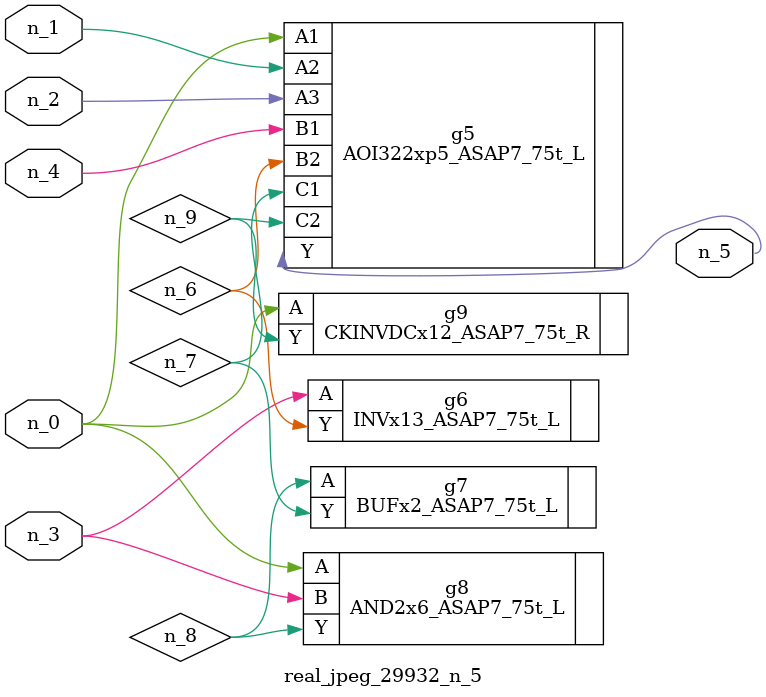
<source format=v>
module real_jpeg_29932_n_5 (n_4, n_0, n_1, n_2, n_3, n_5);

input n_4;
input n_0;
input n_1;
input n_2;
input n_3;

output n_5;

wire n_8;
wire n_6;
wire n_7;
wire n_9;

AOI322xp5_ASAP7_75t_L g5 ( 
.A1(n_0),
.A2(n_1),
.A3(n_2),
.B1(n_4),
.B2(n_6),
.C1(n_7),
.C2(n_9),
.Y(n_5)
);

AND2x6_ASAP7_75t_L g8 ( 
.A(n_0),
.B(n_3),
.Y(n_8)
);

CKINVDCx12_ASAP7_75t_R g9 ( 
.A(n_0),
.Y(n_9)
);

INVx13_ASAP7_75t_L g6 ( 
.A(n_3),
.Y(n_6)
);

BUFx2_ASAP7_75t_L g7 ( 
.A(n_8),
.Y(n_7)
);


endmodule
</source>
